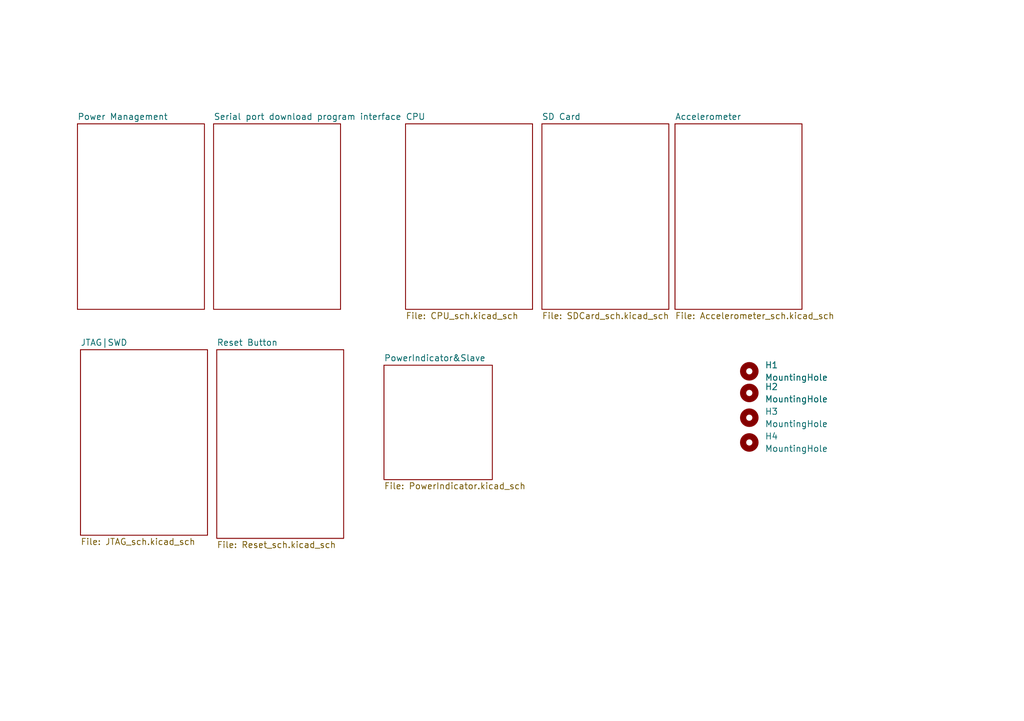
<source format=kicad_sch>
(kicad_sch (version 20211123) (generator eeschema)

  (uuid 6a884595-0c67-4441-b1fc-8c3bd19f52b4)

  (paper "A5")

  (title_block
    (title "STM32 Board Development Program")
    (company "Infinity Project")
  )

  (lib_symbols
    (symbol "Mechanical:MountingHole" (pin_names (offset 1.016)) (in_bom yes) (on_board yes)
      (property "Reference" "H" (id 0) (at 0 5.08 0)
        (effects (font (size 1.27 1.27)))
      )
      (property "Value" "MountingHole" (id 1) (at 0 3.175 0)
        (effects (font (size 1.27 1.27)))
      )
      (property "Footprint" "" (id 2) (at 0 0 0)
        (effects (font (size 1.27 1.27)) hide)
      )
      (property "Datasheet" "~" (id 3) (at 0 0 0)
        (effects (font (size 1.27 1.27)) hide)
      )
      (property "ki_keywords" "mounting hole" (id 4) (at 0 0 0)
        (effects (font (size 1.27 1.27)) hide)
      )
      (property "ki_description" "Mounting Hole without connection" (id 5) (at 0 0 0)
        (effects (font (size 1.27 1.27)) hide)
      )
      (property "ki_fp_filters" "MountingHole*" (id 6) (at 0 0 0)
        (effects (font (size 1.27 1.27)) hide)
      )
      (symbol "MountingHole_0_1"
        (circle (center 0 0) (radius 1.27)
          (stroke (width 1.27) (type default) (color 0 0 0 0))
          (fill (type none))
        )
      )
    )
  )


  (symbol (lib_id "Mechanical:MountingHole") (at 153.67 76.2 0) (unit 1)
    (in_bom yes) (on_board yes) (fields_autoplaced)
    (uuid 398f0a7a-72b6-4a47-a0a2-018b3e64c860)
    (property "Reference" "H1" (id 0) (at 156.845 74.9299 0)
      (effects (font (size 1.27 1.27)) (justify left))
    )
    (property "Value" "MountingHole" (id 1) (at 156.845 77.4699 0)
      (effects (font (size 1.27 1.27)) (justify left))
    )
    (property "Footprint" "MountingHole:MountingHole_2.2mm_M2" (id 2) (at 153.67 76.2 0)
      (effects (font (size 1.27 1.27)) hide)
    )
    (property "Datasheet" "~" (id 3) (at 153.67 76.2 0)
      (effects (font (size 1.27 1.27)) hide)
    )
  )

  (symbol (lib_id "Mechanical:MountingHole") (at 153.67 85.725 0) (unit 1)
    (in_bom yes) (on_board yes) (fields_autoplaced)
    (uuid b678df5b-61c4-4059-b246-ef480729e5fe)
    (property "Reference" "H3" (id 0) (at 156.845 84.4549 0)
      (effects (font (size 1.27 1.27)) (justify left))
    )
    (property "Value" "MountingHole" (id 1) (at 156.845 86.9949 0)
      (effects (font (size 1.27 1.27)) (justify left))
    )
    (property "Footprint" "MountingHole:MountingHole_2.2mm_M2" (id 2) (at 153.67 85.725 0)
      (effects (font (size 1.27 1.27)) hide)
    )
    (property "Datasheet" "~" (id 3) (at 153.67 85.725 0)
      (effects (font (size 1.27 1.27)) hide)
    )
  )

  (symbol (lib_id "Mechanical:MountingHole") (at 153.67 80.645 0) (unit 1)
    (in_bom yes) (on_board yes) (fields_autoplaced)
    (uuid bdcf4f54-22e5-4c9f-b93e-99f168c157d1)
    (property "Reference" "H2" (id 0) (at 156.845 79.3749 0)
      (effects (font (size 1.27 1.27)) (justify left))
    )
    (property "Value" "MountingHole" (id 1) (at 156.845 81.9149 0)
      (effects (font (size 1.27 1.27)) (justify left))
    )
    (property "Footprint" "MountingHole:MountingHole_2.2mm_M2" (id 2) (at 153.67 80.645 0)
      (effects (font (size 1.27 1.27)) hide)
    )
    (property "Datasheet" "~" (id 3) (at 153.67 80.645 0)
      (effects (font (size 1.27 1.27)) hide)
    )
  )

  (symbol (lib_id "Mechanical:MountingHole") (at 153.67 90.805 0) (unit 1)
    (in_bom yes) (on_board yes) (fields_autoplaced)
    (uuid c19e3436-3c6b-4a99-95ba-3c986d6f249f)
    (property "Reference" "H4" (id 0) (at 156.845 89.5349 0)
      (effects (font (size 1.27 1.27)) (justify left))
    )
    (property "Value" "MountingHole" (id 1) (at 156.845 92.0749 0)
      (effects (font (size 1.27 1.27)) (justify left))
    )
    (property "Footprint" "MountingHole:MountingHole_2.2mm_M2" (id 2) (at 153.67 90.805 0)
      (effects (font (size 1.27 1.27)) hide)
    )
    (property "Datasheet" "~" (id 3) (at 153.67 90.805 0)
      (effects (font (size 1.27 1.27)) hide)
    )
  )

  (sheet (at 15.875 25.4) (size 26.035 38.1) (fields_autoplaced)
    (stroke (width 0.1524) (type solid) (color 0 0 0 0))
    (fill (color 0 0 0 0.0000))
    (uuid 2900156e-f6e1-4bc5-9bef-45bbbb16814f)
    (property "Sheet name" "Power Management" (id 0) (at 15.875 24.6884 0)
      (effects (font (size 1.27 1.27)) (justify left bottom))
    )
    (property "Sheet file" "PowerManagement_sch.kicad_sch" (id 1) (at 15.875 64.0846 0)
      (effects (font (size 1.27 1.27)) (justify left top) hide)
    )
  )

  (sheet (at 111.125 25.4) (size 26.035 38.1) (fields_autoplaced)
    (stroke (width 0.1524) (type solid) (color 0 0 0 0))
    (fill (color 0 0 0 0.0000))
    (uuid 453abeca-16fe-4470-8ef7-cacb2d0118a1)
    (property "Sheet name" "SD Card" (id 0) (at 111.125 24.6884 0)
      (effects (font (size 1.27 1.27)) (justify left bottom))
    )
    (property "Sheet file" "SDCard_sch.kicad_sch" (id 1) (at 111.125 64.0846 0)
      (effects (font (size 1.27 1.27)) (justify left top))
    )
  )

  (sheet (at 138.43 25.4) (size 26.035 38.1) (fields_autoplaced)
    (stroke (width 0.1524) (type solid) (color 0 0 0 0))
    (fill (color 0 0 0 0.0000))
    (uuid 6b8ad7bf-6c1f-4b50-80f4-e84b52637cbd)
    (property "Sheet name" "Accelerometer" (id 0) (at 138.43 24.6884 0)
      (effects (font (size 1.27 1.27)) (justify left bottom))
    )
    (property "Sheet file" "Accelerometer_sch.kicad_sch" (id 1) (at 138.43 64.0846 0)
      (effects (font (size 1.27 1.27)) (justify left top))
    )
  )

  (sheet (at 43.815 25.4) (size 26.035 38.1) (fields_autoplaced)
    (stroke (width 0.1524) (type solid) (color 0 0 0 0))
    (fill (color 0 0 0 0.0000))
    (uuid 6e09b499-99ec-43a1-82d1-b2299f47145f)
    (property "Sheet name" "Serial port download program interface" (id 0) (at 43.815 24.6884 0)
      (effects (font (size 1.27 1.27)) (justify left bottom))
    )
    (property "Sheet file" "SerialPort_sch.kicad_sch" (id 1) (at 43.815 64.0846 0)
      (effects (font (size 1.27 1.27)) (justify left top) hide)
    )
  )

  (sheet (at 44.45 71.755) (size 26.035 38.735) (fields_autoplaced)
    (stroke (width 0.1524) (type solid) (color 0 0 0 0))
    (fill (color 0 0 0 0.0000))
    (uuid 8350d974-2a3d-4135-80dd-3d84b9b5e920)
    (property "Sheet name" "Reset Button" (id 0) (at 44.45 71.0434 0)
      (effects (font (size 1.27 1.27)) (justify left bottom))
    )
    (property "Sheet file" "Reset_sch.kicad_sch" (id 1) (at 44.45 111.0746 0)
      (effects (font (size 1.27 1.27)) (justify left top))
    )
  )

  (sheet (at 16.51 71.755) (size 26.035 38.1) (fields_autoplaced)
    (stroke (width 0.1524) (type solid) (color 0 0 0 0))
    (fill (color 0 0 0 0.0000))
    (uuid 8c43e084-fc51-4e04-bf0f-0af28749565c)
    (property "Sheet name" "JTAG|SWD" (id 0) (at 16.51 71.0434 0)
      (effects (font (size 1.27 1.27)) (justify left bottom))
    )
    (property "Sheet file" "JTAG_sch.kicad_sch" (id 1) (at 16.51 110.4396 0)
      (effects (font (size 1.27 1.27)) (justify left top))
    )
  )

  (sheet (at 83.185 25.4) (size 26.035 38.1) (fields_autoplaced)
    (stroke (width 0.1524) (type solid) (color 0 0 0 0))
    (fill (color 0 0 0 0.0000))
    (uuid af17599c-558a-4e03-a5b1-99e6ee0c5196)
    (property "Sheet name" "CPU" (id 0) (at 83.185 24.6884 0)
      (effects (font (size 1.27 1.27)) (justify left bottom))
    )
    (property "Sheet file" "CPU_sch.kicad_sch" (id 1) (at 83.185 64.0846 0)
      (effects (font (size 1.27 1.27)) (justify left top))
    )
  )

  (sheet (at 78.74 74.93) (size 22.225 23.495) (fields_autoplaced)
    (stroke (width 0.1524) (type solid) (color 0 0 0 0))
    (fill (color 0 0 0 0.0000))
    (uuid d4d02222-6131-46c7-8942-d116bf075a77)
    (property "Sheet name" "PowerIndicator&Slave" (id 0) (at 78.74 74.2184 0)
      (effects (font (size 1.27 1.27)) (justify left bottom))
    )
    (property "Sheet file" "PowerIndicator.kicad_sch" (id 1) (at 78.74 99.0096 0)
      (effects (font (size 1.27 1.27)) (justify left top))
    )
  )

  (sheet_instances
    (path "/" (page "1"))
    (path "/2900156e-f6e1-4bc5-9bef-45bbbb16814f" (page "2"))
    (path "/6e09b499-99ec-43a1-82d1-b2299f47145f" (page "3"))
    (path "/af17599c-558a-4e03-a5b1-99e6ee0c5196" (page "4"))
    (path "/8c43e084-fc51-4e04-bf0f-0af28749565c" (page "5"))
    (path "/453abeca-16fe-4470-8ef7-cacb2d0118a1" (page "6"))
    (path "/6b8ad7bf-6c1f-4b50-80f4-e84b52637cbd" (page "7"))
    (path "/8350d974-2a3d-4135-80dd-3d84b9b5e920" (page "8"))
    (path "/d4d02222-6131-46c7-8942-d116bf075a77" (page "9"))
  )

  (symbol_instances
    (path "/2900156e-f6e1-4bc5-9bef-45bbbb16814f/febfe7f9-d27b-40c4-978b-f0a8c153c4c7"
      (reference "#FLG01") (unit 1) (value "PWR_FLAG") (footprint "")
    )
    (path "/2900156e-f6e1-4bc5-9bef-45bbbb16814f/25ae6008-e045-47b5-a1f0-caee38b04b47"
      (reference "#FLG02") (unit 1) (value "PWR_FLAG") (footprint "")
    )
    (path "/2900156e-f6e1-4bc5-9bef-45bbbb16814f/7acedac3-4370-4699-a09e-b7420d37ac06"
      (reference "#PWR01") (unit 1) (value "+5V") (footprint "")
    )
    (path "/2900156e-f6e1-4bc5-9bef-45bbbb16814f/4db05c46-13a8-484a-aaf9-b2e5a394cc86"
      (reference "#PWR02") (unit 1) (value "GND") (footprint "")
    )
    (path "/2900156e-f6e1-4bc5-9bef-45bbbb16814f/73bbc08f-fd22-4b02-93b4-9518a052a406"
      (reference "#PWR03") (unit 1) (value "+3V3") (footprint "")
    )
    (path "/2900156e-f6e1-4bc5-9bef-45bbbb16814f/6e40f82e-ab2b-4fe6-a4c3-d2cdb8977d7b"
      (reference "#PWR04") (unit 1) (value "GND") (footprint "")
    )
    (path "/2900156e-f6e1-4bc5-9bef-45bbbb16814f/597ef60b-4d0c-4c35-b899-d4e670306fdb"
      (reference "#PWR05") (unit 1) (value "+5V") (footprint "")
    )
    (path "/6e09b499-99ec-43a1-82d1-b2299f47145f/8a206fdf-8374-43c5-8dd2-18a252ebb2ac"
      (reference "#PWR06") (unit 1) (value "+5V") (footprint "")
    )
    (path "/6e09b499-99ec-43a1-82d1-b2299f47145f/0e308fa1-58a4-4399-b604-3c5e4456a4ab"
      (reference "#PWR07") (unit 1) (value "GND") (footprint "")
    )
    (path "/af17599c-558a-4e03-a5b1-99e6ee0c5196/f069ee90-eceb-461a-8ea2-57cdc04a89e4"
      (reference "#PWR08") (unit 1) (value "GND") (footprint "")
    )
    (path "/af17599c-558a-4e03-a5b1-99e6ee0c5196/6b653662-ab96-4738-b027-a987de56a48f"
      (reference "#PWR09") (unit 1) (value "+3V3") (footprint "")
    )
    (path "/af17599c-558a-4e03-a5b1-99e6ee0c5196/a2e98c56-c75a-4b5e-9b61-e1b27b320193"
      (reference "#PWR010") (unit 1) (value "GND") (footprint "")
    )
    (path "/af17599c-558a-4e03-a5b1-99e6ee0c5196/3086f7d0-f1ab-4a41-a4a6-4e969392af95"
      (reference "#PWR011") (unit 1) (value "GND") (footprint "")
    )
    (path "/af17599c-558a-4e03-a5b1-99e6ee0c5196/54987783-a57c-4424-b737-76ce01203207"
      (reference "#PWR012") (unit 1) (value "+3V3") (footprint "")
    )
    (path "/af17599c-558a-4e03-a5b1-99e6ee0c5196/7845baff-060f-42dd-b8db-8383b977d98c"
      (reference "#PWR013") (unit 1) (value "GND") (footprint "")
    )
    (path "/af17599c-558a-4e03-a5b1-99e6ee0c5196/3e137560-a7cc-4df5-b80f-2353bd6bf760"
      (reference "#PWR014") (unit 1) (value "GND") (footprint "")
    )
    (path "/af17599c-558a-4e03-a5b1-99e6ee0c5196/50808c02-cc48-4be2-9bf1-4537e19ea0ab"
      (reference "#PWR015") (unit 1) (value "GND") (footprint "")
    )
    (path "/af17599c-558a-4e03-a5b1-99e6ee0c5196/55fb938e-ed26-4c6b-8106-6f8d990b4108"
      (reference "#PWR016") (unit 1) (value "GND") (footprint "")
    )
    (path "/af17599c-558a-4e03-a5b1-99e6ee0c5196/d255536c-5541-477e-84f0-199ab1a1e12f"
      (reference "#PWR017") (unit 1) (value "GND") (footprint "")
    )
    (path "/af17599c-558a-4e03-a5b1-99e6ee0c5196/1fe2aa46-9256-4e03-b11f-d98d15423186"
      (reference "#PWR018") (unit 1) (value "+3V3") (footprint "")
    )
    (path "/af17599c-558a-4e03-a5b1-99e6ee0c5196/b7a05618-817e-4010-9fe4-3ac1272dffa6"
      (reference "#PWR019") (unit 1) (value "GND") (footprint "")
    )
    (path "/af17599c-558a-4e03-a5b1-99e6ee0c5196/dab7de49-26f4-4da2-8125-ba04cf160f7c"
      (reference "#PWR020") (unit 1) (value "GND") (footprint "")
    )
    (path "/af17599c-558a-4e03-a5b1-99e6ee0c5196/9b7255ea-9dda-49ce-87c4-a28cd3e5c637"
      (reference "#PWR021") (unit 1) (value "+3V3") (footprint "")
    )
    (path "/af17599c-558a-4e03-a5b1-99e6ee0c5196/da2edc11-f318-4836-9b78-0cc13878198e"
      (reference "#PWR022") (unit 1) (value "+3V3") (footprint "")
    )
    (path "/af17599c-558a-4e03-a5b1-99e6ee0c5196/b4011a03-4cac-445a-aeea-3140e89e2cd8"
      (reference "#PWR023") (unit 1) (value "GND") (footprint "")
    )
    (path "/af17599c-558a-4e03-a5b1-99e6ee0c5196/3999287b-bd23-4f2a-ae3a-9f4c4deeed65"
      (reference "#PWR024") (unit 1) (value "+3V3") (footprint "")
    )
    (path "/af17599c-558a-4e03-a5b1-99e6ee0c5196/95e2525f-61df-4bb6-b0fa-40379904a08a"
      (reference "#PWR025") (unit 1) (value "GND") (footprint "")
    )
    (path "/af17599c-558a-4e03-a5b1-99e6ee0c5196/d42fb46e-4947-48f6-8314-ca31a6a276ea"
      (reference "#PWR026") (unit 1) (value "+3V3") (footprint "")
    )
    (path "/af17599c-558a-4e03-a5b1-99e6ee0c5196/800d0281-8686-4467-be7d-4f95cb345c48"
      (reference "#PWR027") (unit 1) (value "GND") (footprint "")
    )
    (path "/af17599c-558a-4e03-a5b1-99e6ee0c5196/a8f9381f-4119-4e42-b854-2398725e11b1"
      (reference "#PWR028") (unit 1) (value "GND") (footprint "")
    )
    (path "/af17599c-558a-4e03-a5b1-99e6ee0c5196/d4a3bf90-a3ce-47d9-9430-7e3cb5c5936d"
      (reference "#PWR029") (unit 1) (value "+3V3") (footprint "")
    )
    (path "/af17599c-558a-4e03-a5b1-99e6ee0c5196/351a036a-d4ab-44b8-be29-1979773b1b86"
      (reference "#PWR030") (unit 1) (value "GND") (footprint "")
    )
    (path "/af17599c-558a-4e03-a5b1-99e6ee0c5196/aa729264-145c-421b-babf-f2b0f8b1d8c3"
      (reference "#PWR031") (unit 1) (value "GND") (footprint "")
    )
    (path "/af17599c-558a-4e03-a5b1-99e6ee0c5196/c3ff144f-0886-4909-b463-ea7e21eead00"
      (reference "#PWR032") (unit 1) (value "+5V") (footprint "")
    )
    (path "/af17599c-558a-4e03-a5b1-99e6ee0c5196/1d2671e3-0be8-49ab-b116-0af4cd412beb"
      (reference "#PWR033") (unit 1) (value "+3V3") (footprint "")
    )
    (path "/af17599c-558a-4e03-a5b1-99e6ee0c5196/2a112641-94d3-4e59-8ca7-2604eb58898a"
      (reference "#PWR034") (unit 1) (value "GND") (footprint "")
    )
    (path "/af17599c-558a-4e03-a5b1-99e6ee0c5196/6853a3c2-dbe1-4eb2-a59d-d2125e9fadd5"
      (reference "#PWR035") (unit 1) (value "+3V3") (footprint "")
    )
    (path "/af17599c-558a-4e03-a5b1-99e6ee0c5196/fdf9cb5f-8fca-4dda-a005-fed8762aecc6"
      (reference "#PWR036") (unit 1) (value "GND") (footprint "")
    )
    (path "/af17599c-558a-4e03-a5b1-99e6ee0c5196/b641577b-b211-481c-8944-32daa27bc13b"
      (reference "#PWR037") (unit 1) (value "+5V") (footprint "")
    )
    (path "/af17599c-558a-4e03-a5b1-99e6ee0c5196/22446afb-2cff-444b-83c0-144b70d28cd6"
      (reference "#PWR038") (unit 1) (value "+3V3") (footprint "")
    )
    (path "/af17599c-558a-4e03-a5b1-99e6ee0c5196/35893598-571c-4197-9dae-2cfe57866eea"
      (reference "#PWR039") (unit 1) (value "GND") (footprint "")
    )
    (path "/af17599c-558a-4e03-a5b1-99e6ee0c5196/ba51701f-bd9f-49f8-8045-25d89ac93653"
      (reference "#PWR040") (unit 1) (value "+3V3") (footprint "")
    )
    (path "/af17599c-558a-4e03-a5b1-99e6ee0c5196/ca96676b-00af-44cc-ad7d-53edf045ac78"
      (reference "#PWR041") (unit 1) (value "GND") (footprint "")
    )
    (path "/af17599c-558a-4e03-a5b1-99e6ee0c5196/b8cab616-8a3c-459c-bd18-ba91e4c22ade"
      (reference "#PWR042") (unit 1) (value "+3V3") (footprint "")
    )
    (path "/af17599c-558a-4e03-a5b1-99e6ee0c5196/db2c033d-aa3e-4892-bccd-5cb3b6a64615"
      (reference "#PWR043") (unit 1) (value "GND") (footprint "")
    )
    (path "/8c43e084-fc51-4e04-bf0f-0af28749565c/21319aab-b022-42ae-853f-29dae513a411"
      (reference "#PWR044") (unit 1) (value "+3V3") (footprint "")
    )
    (path "/8c43e084-fc51-4e04-bf0f-0af28749565c/7cc16f37-2b3b-46f2-9f62-8ef8cb7ae19f"
      (reference "#PWR045") (unit 1) (value "GND") (footprint "")
    )
    (path "/8c43e084-fc51-4e04-bf0f-0af28749565c/334c36b1-0955-4828-944f-d2a4024db6a6"
      (reference "#PWR046") (unit 1) (value "GND") (footprint "")
    )
    (path "/8c43e084-fc51-4e04-bf0f-0af28749565c/e518bffd-c16a-444e-9db0-ba54c1bd54fd"
      (reference "#PWR047") (unit 1) (value "GND") (footprint "")
    )
    (path "/8c43e084-fc51-4e04-bf0f-0af28749565c/14d9df32-16e7-4d89-9e66-86ac77058b82"
      (reference "#PWR048") (unit 1) (value "GND") (footprint "")
    )
    (path "/8c43e084-fc51-4e04-bf0f-0af28749565c/c83381f9-77a5-42c4-b8a0-f922724c52af"
      (reference "#PWR049") (unit 1) (value "+3V3") (footprint "")
    )
    (path "/453abeca-16fe-4470-8ef7-cacb2d0118a1/cf8415c3-f1e5-4a27-8d54-915f4bd84adb"
      (reference "#PWR050") (unit 1) (value "GND") (footprint "")
    )
    (path "/453abeca-16fe-4470-8ef7-cacb2d0118a1/3157d4a7-3a68-40ce-b807-6ff844dcb839"
      (reference "#PWR051") (unit 1) (value "+3V3") (footprint "")
    )
    (path "/6b8ad7bf-6c1f-4b50-80f4-e84b52637cbd/5eadf4ab-72d0-45f1-b24d-b17247df3ad4"
      (reference "#PWR052") (unit 1) (value "+5V") (footprint "")
    )
    (path "/6b8ad7bf-6c1f-4b50-80f4-e84b52637cbd/3631f810-2753-4c3b-a3bc-28ce292abd4c"
      (reference "#PWR053") (unit 1) (value "GND") (footprint "")
    )
    (path "/6b8ad7bf-6c1f-4b50-80f4-e84b52637cbd/878b9a40-b589-428c-b35b-9fd693998edd"
      (reference "#PWR054") (unit 1) (value "GND") (footprint "")
    )
    (path "/6b8ad7bf-6c1f-4b50-80f4-e84b52637cbd/97e72e8f-6319-49db-927f-1a7d15a68f62"
      (reference "#PWR055") (unit 1) (value "GND") (footprint "")
    )
    (path "/6b8ad7bf-6c1f-4b50-80f4-e84b52637cbd/c762cc88-5ff5-4bf1-b8ae-9b6654fb6e29"
      (reference "#PWR056") (unit 1) (value "GND") (footprint "")
    )
    (path "/6b8ad7bf-6c1f-4b50-80f4-e84b52637cbd/b92993ad-2a17-4c47-973c-81046c32b99b"
      (reference "#PWR057") (unit 1) (value "GND") (footprint "")
    )
    (path "/6b8ad7bf-6c1f-4b50-80f4-e84b52637cbd/c48e72ce-56f0-4ec6-bf7e-1fbbe933ed58"
      (reference "#PWR058") (unit 1) (value "GND") (footprint "")
    )
    (path "/6b8ad7bf-6c1f-4b50-80f4-e84b52637cbd/660413c5-8743-4754-b63e-363c9928aeb7"
      (reference "#PWR059") (unit 1) (value "GND") (footprint "")
    )
    (path "/6b8ad7bf-6c1f-4b50-80f4-e84b52637cbd/a925596a-25ff-46da-94be-52a71bac1bed"
      (reference "#PWR060") (unit 1) (value "GND") (footprint "")
    )
    (path "/6b8ad7bf-6c1f-4b50-80f4-e84b52637cbd/d1212da3-d05b-4afc-aaba-b0dd9dcc9309"
      (reference "#PWR061") (unit 1) (value "GND") (footprint "")
    )
    (path "/8350d974-2a3d-4135-80dd-3d84b9b5e920/63f707b5-f4f2-430f-873c-c5dd0f6e05af"
      (reference "#PWR062") (unit 1) (value "GND") (footprint "")
    )
    (path "/8350d974-2a3d-4135-80dd-3d84b9b5e920/ebbe9e13-dc00-432e-9c2d-b606c3180805"
      (reference "#PWR063") (unit 1) (value "+3V3") (footprint "")
    )
    (path "/8350d974-2a3d-4135-80dd-3d84b9b5e920/784ecf3f-bcf9-44de-906a-51fbd29a087b"
      (reference "#PWR064") (unit 1) (value "GND") (footprint "")
    )
    (path "/d4d02222-6131-46c7-8942-d116bf075a77/9ac8a43f-8e68-4b33-af57-07ffa772a2cd"
      (reference "#PWR065") (unit 1) (value "GND") (footprint "")
    )
    (path "/d4d02222-6131-46c7-8942-d116bf075a77/18365f9f-4697-4206-8c1d-82d6dcdeaf22"
      (reference "#PWR066") (unit 1) (value "+3V3") (footprint "")
    )
    (path "/d4d02222-6131-46c7-8942-d116bf075a77/292f9b24-ebd7-4cd7-9517-7108690bc728"
      (reference "#PWR067") (unit 1) (value "GND") (footprint "")
    )
    (path "/d4d02222-6131-46c7-8942-d116bf075a77/a1eb317c-15c8-4754-97a6-ba099fc19830"
      (reference "#PWR068") (unit 1) (value "GND") (footprint "")
    )
    (path "/d4d02222-6131-46c7-8942-d116bf075a77/0165ffa7-cc42-4e5d-8be9-52cd516879e1"
      (reference "#PWR069") (unit 1) (value "+3V3") (footprint "")
    )
    (path "/d4d02222-6131-46c7-8942-d116bf075a77/3f29b3ff-a955-4fa3-b05f-0c79fdf2f16c"
      (reference "#PWR070") (unit 1) (value "GND") (footprint "")
    )
    (path "/d4d02222-6131-46c7-8942-d116bf075a77/c3fbf66c-a7e7-4db5-9598-f7034065c564"
      (reference "#PWR071") (unit 1) (value "+3V3") (footprint "")
    )
    (path "/d4d02222-6131-46c7-8942-d116bf075a77/ec86c8e7-4fe2-4c3c-a9ad-729397ec4c4e"
      (reference "#PWR072") (unit 1) (value "+3V3") (footprint "")
    )
    (path "/d4d02222-6131-46c7-8942-d116bf075a77/bd774448-2d29-46c0-9eab-1bbcee7da995"
      (reference "#PWR073") (unit 1) (value "GND") (footprint "")
    )
    (path "/d4d02222-6131-46c7-8942-d116bf075a77/05a55fe2-0800-4091-a6f2-4ab41bdb6ad2"
      (reference "#PWR074") (unit 1) (value "+3V3") (footprint "")
    )
    (path "/d4d02222-6131-46c7-8942-d116bf075a77/79b8058a-5f87-4ca8-9578-42625c69e59c"
      (reference "#PWR075") (unit 1) (value "+3V3") (footprint "")
    )
    (path "/d4d02222-6131-46c7-8942-d116bf075a77/28563bed-54ac-42af-b58b-de14258d27eb"
      (reference "#PWR076") (unit 1) (value "+5V") (footprint "")
    )
    (path "/d4d02222-6131-46c7-8942-d116bf075a77/85e55790-12cf-4f0e-8ddf-62928fdadb21"
      (reference "#PWR077") (unit 1) (value "+3V3") (footprint "")
    )
    (path "/d4d02222-6131-46c7-8942-d116bf075a77/2921b36a-ecfa-4d6f-87be-c3e961442a2e"
      (reference "#PWR078") (unit 1) (value "GND") (footprint "")
    )
    (path "/d4d02222-6131-46c7-8942-d116bf075a77/767bba6f-6390-4a18-b133-134f6905efdf"
      (reference "#PWR079") (unit 1) (value "GND") (footprint "")
    )
    (path "/d4d02222-6131-46c7-8942-d116bf075a77/472d6dfa-d2fe-4322-86d8-725ad3e9aed8"
      (reference "#PWR080") (unit 1) (value "GND") (footprint "")
    )
    (path "/d4d02222-6131-46c7-8942-d116bf075a77/50716efc-b29b-4144-ae46-414e9ca57a80"
      (reference "#PWR081") (unit 1) (value "+3V3") (footprint "")
    )
    (path "/2900156e-f6e1-4bc5-9bef-45bbbb16814f/b67e05dd-f4df-46b5-84ce-d63e0933d927"
      (reference "C1") (unit 1) (value "106") (footprint "Capacitor_SMD:C_0805_2012Metric_Pad1.18x1.45mm_HandSolder")
    )
    (path "/2900156e-f6e1-4bc5-9bef-45bbbb16814f/161ab245-8111-402b-9126-dd0fc856245b"
      (reference "C2") (unit 1) (value "104") (footprint "Capacitor_SMD:C_0603_1608Metric_Pad1.08x0.95mm_HandSolder")
    )
    (path "/2900156e-f6e1-4bc5-9bef-45bbbb16814f/72b2147a-feaf-415c-8535-30b9304976b6"
      (reference "C3") (unit 1) (value "106") (footprint "Capacitor_SMD:C_0805_2012Metric_Pad1.18x1.45mm_HandSolder")
    )
    (path "/2900156e-f6e1-4bc5-9bef-45bbbb16814f/e6ddfe36-26b3-4245-aee4-568f37dd0c17"
      (reference "C4") (unit 1) (value "104") (footprint "Capacitor_SMD:C_0603_1608Metric_Pad1.08x0.95mm_HandSolder")
    )
    (path "/af17599c-558a-4e03-a5b1-99e6ee0c5196/a031a0a3-1e00-42ff-8534-6e9d87f83943"
      (reference "C5") (unit 1) (value "106") (footprint "Capacitor_SMD:C_0805_2012Metric_Pad1.18x1.45mm_HandSolder")
    )
    (path "/af17599c-558a-4e03-a5b1-99e6ee0c5196/45500057-1044-4c30-b259-78030fb11d5c"
      (reference "C6") (unit 1) (value "106") (footprint "Capacitor_SMD:C_0805_2012Metric_Pad1.18x1.45mm_HandSolder")
    )
    (path "/af17599c-558a-4e03-a5b1-99e6ee0c5196/849f470e-5763-4f88-9053-13a4479c9449"
      (reference "C7") (unit 1) (value "104") (footprint "Capacitor_SMD:C_0603_1608Metric_Pad1.08x0.95mm_HandSolder")
    )
    (path "/af17599c-558a-4e03-a5b1-99e6ee0c5196/0ced8559-04e0-4ad0-9ae8-3df6c69d1f92"
      (reference "C8") (unit 1) (value "104") (footprint "Capacitor_SMD:C_0603_1608Metric_Pad1.08x0.95mm_HandSolder")
    )
    (path "/af17599c-558a-4e03-a5b1-99e6ee0c5196/ac188609-e1ba-4cc7-bf21-c9cbf483e115"
      (reference "C9") (unit 1) (value "104") (footprint "Capacitor_SMD:C_0603_1608Metric_Pad1.08x0.95mm_HandSolder")
    )
    (path "/af17599c-558a-4e03-a5b1-99e6ee0c5196/d6237172-3332-4741-8481-bff404d78915"
      (reference "C10") (unit 1) (value "104") (footprint "Capacitor_SMD:C_0603_1608Metric_Pad1.08x0.95mm_HandSolder")
    )
    (path "/af17599c-558a-4e03-a5b1-99e6ee0c5196/2031036a-05a9-43d1-8d5e-0918ace85b92"
      (reference "C11") (unit 1) (value "104") (footprint "Capacitor_SMD:C_0603_1608Metric_Pad1.08x0.95mm_HandSolder")
    )
    (path "/af17599c-558a-4e03-a5b1-99e6ee0c5196/7ea69a56-17b2-4911-859d-7ecf3e50a8fb"
      (reference "C12") (unit 1) (value "104") (footprint "Capacitor_SMD:C_0603_1608Metric_Pad1.08x0.95mm_HandSolder")
    )
    (path "/af17599c-558a-4e03-a5b1-99e6ee0c5196/09547821-05ba-4120-b920-d4595034e105"
      (reference "C13") (unit 1) (value "106") (footprint "Capacitor_SMD:C_0805_2012Metric_Pad1.18x1.45mm_HandSolder")
    )
    (path "/af17599c-558a-4e03-a5b1-99e6ee0c5196/a7bd18e3-9727-464f-82fb-6834cf920ff8"
      (reference "C14") (unit 1) (value "104") (footprint "Capacitor_SMD:C_0603_1608Metric_Pad1.08x0.95mm_HandSolder")
    )
    (path "/af17599c-558a-4e03-a5b1-99e6ee0c5196/6b3f3425-fee0-4b9c-8771-b3bc6ab249e9"
      (reference "C15") (unit 1) (value "22P") (footprint "Capacitor_SMD:C_0805_2012Metric_Pad1.18x1.45mm_HandSolder")
    )
    (path "/af17599c-558a-4e03-a5b1-99e6ee0c5196/2a6057e2-9c0a-4e0d-be0e-e0b9da14af23"
      (reference "C16") (unit 1) (value "22P") (footprint "Capacitor_SMD:C_0805_2012Metric_Pad1.18x1.45mm_HandSolder")
    )
    (path "/af17599c-558a-4e03-a5b1-99e6ee0c5196/6a9fff7c-245e-4e5b-a2f3-328aa5690fde"
      (reference "C17") (unit 1) (value "106") (footprint "Capacitor_SMD:C_0805_2012Metric_Pad1.18x1.45mm_HandSolder")
    )
    (path "/af17599c-558a-4e03-a5b1-99e6ee0c5196/ac675b10-d583-4ad1-a899-ea9f12010346"
      (reference "C18") (unit 1) (value "12P") (footprint "Capacitor_SMD:C_0805_2012Metric_Pad1.18x1.45mm_HandSolder")
    )
    (path "/af17599c-558a-4e03-a5b1-99e6ee0c5196/6cd96977-1dfd-463f-ae47-ee93d0936f66"
      (reference "C19") (unit 1) (value "12P") (footprint "Capacitor_SMD:C_0805_2012Metric_Pad1.18x1.45mm_HandSolder")
    )
    (path "/8c43e084-fc51-4e04-bf0f-0af28749565c/bcef3b8c-6408-4c8d-ab7d-fe593dcbb8c2"
      (reference "C20") (unit 1) (value "104") (footprint "Capacitor_SMD:C_0201_0603Metric_Pad0.64x0.40mm_HandSolder")
    )
    (path "/453abeca-16fe-4470-8ef7-cacb2d0118a1/7c031871-b832-425d-ba63-93acbaee81c1"
      (reference "C21") (unit 1) (value "104") (footprint "Capacitor_SMD:C_0603_1608Metric_Pad1.08x0.95mm_HandSolder")
    )
    (path "/6b8ad7bf-6c1f-4b50-80f4-e84b52637cbd/82693d17-d6f2-4ed5-9656-117d3768240a"
      (reference "C22") (unit 1) (value "4.7uF") (footprint "Capacitor_SMD:C_0603_1608Metric_Pad1.08x0.95mm_HandSolder")
    )
    (path "/6b8ad7bf-6c1f-4b50-80f4-e84b52637cbd/3da07e9a-b1a6-43c7-a247-13c88603e3bb"
      (reference "C23") (unit 1) (value "10uF") (footprint "Capacitor_SMD:C_0603_1608Metric_Pad1.08x0.95mm_HandSolder")
    )
    (path "/6b8ad7bf-6c1f-4b50-80f4-e84b52637cbd/5ffc20e2-1754-42e9-a909-7bd198719355"
      (reference "C24") (unit 1) (value "0.1uF") (footprint "Capacitor_SMD:C_0603_1608Metric_Pad1.08x0.95mm_HandSolder")
    )
    (path "/6b8ad7bf-6c1f-4b50-80f4-e84b52637cbd/ac6c3357-03cb-49cf-b392-a7324b64c6b2"
      (reference "C25") (unit 1) (value "0.01uF") (footprint "Capacitor_SMD:C_0805_2012Metric_Pad1.18x1.45mm_HandSolder")
    )
    (path "/6b8ad7bf-6c1f-4b50-80f4-e84b52637cbd/de210eea-306d-4782-904a-7dc1a582d493"
      (reference "C26") (unit 1) (value "0.1uF") (footprint "Capacitor_SMD:C_0603_1608Metric_Pad1.08x0.95mm_HandSolder")
    )
    (path "/6b8ad7bf-6c1f-4b50-80f4-e84b52637cbd/65d455b2-056a-419e-995a-f5aaa86d1c0a"
      (reference "C27") (unit 1) (value "0.1uF") (footprint "Capacitor_SMD:C_0603_1608Metric_Pad1.08x0.95mm_HandSolder")
    )
    (path "/6b8ad7bf-6c1f-4b50-80f4-e84b52637cbd/8fd57850-1dd9-458a-b146-375efd03056c"
      (reference "C28") (unit 1) (value "2200pF") (footprint "Capacitor_SMD:C_0805_2012Metric_Pad1.18x1.45mm_HandSolder")
    )
    (path "/8350d974-2a3d-4135-80dd-3d84b9b5e920/150fbacb-df51-4f83-ba80-bc6e43c29e88"
      (reference "C29") (unit 1) (value "104") (footprint "Capacitor_SMD:C_0603_1608Metric_Pad1.08x0.95mm_HandSolder")
    )
    (path "/af17599c-558a-4e03-a5b1-99e6ee0c5196/0b4847f0-29c7-47d2-8d08-43c01fbca9cb"
      (reference "D1") (unit 1) (value "BAT54CLT3G") (footprint "SOT96P237X111-3N")
    )
    (path "/6b8ad7bf-6c1f-4b50-80f4-e84b52637cbd/9dd399b1-1cf0-4c7a-8ec7-05be99c4d6d1"
      (reference "D2") (unit 1) (value "LED") (footprint "LED_SMD:LED_0805_2012Metric_Pad1.15x1.40mm_HandSolder")
    )
    (path "/d4d02222-6131-46c7-8942-d116bf075a77/77555f35-2df1-4e88-a72e-0e6bedd7c91b"
      (reference "D3") (unit 1) (value "LED") (footprint "LED_SMD:LED_0805_2012Metric_Pad1.15x1.40mm_HandSolder")
    )
    (path "/d4d02222-6131-46c7-8942-d116bf075a77/7e9ccb63-52f5-4a68-bb19-e1e2ae9f2f5e"
      (reference "D4") (unit 1) (value "LED") (footprint "LED_SMD:LED_0805_2012Metric_Pad1.15x1.40mm_HandSolder")
    )
    (path "/d4d02222-6131-46c7-8942-d116bf075a77/f39f93a2-94b6-4487-a78d-40d9dd7c1b84"
      (reference "D5") (unit 1) (value "LED") (footprint "LED_SMD:LED_0805_2012Metric_Pad1.15x1.40mm_HandSolder")
    )
    (path "/398f0a7a-72b6-4a47-a0a2-018b3e64c860"
      (reference "H1") (unit 1) (value "MountingHole") (footprint "MountingHole:MountingHole_2.2mm_M2")
    )
    (path "/bdcf4f54-22e5-4c9f-b93e-99f168c157d1"
      (reference "H2") (unit 1) (value "MountingHole") (footprint "MountingHole:MountingHole_2.2mm_M2")
    )
    (path "/b678df5b-61c4-4059-b246-ef480729e5fe"
      (reference "H3") (unit 1) (value "MountingHole") (footprint "MountingHole:MountingHole_2.2mm_M2")
    )
    (path "/c19e3436-3c6b-4a99-95ba-3c986d6f249f"
      (reference "H4") (unit 1) (value "MountingHole") (footprint "MountingHole:MountingHole_2.2mm_M2")
    )
    (path "/af17599c-558a-4e03-a5b1-99e6ee0c5196/bc9796ec-492d-43b6-8207-562899e96f70"
      (reference "IC1") (unit 1) (value "STM32F407VET6") (footprint "QFP50P1600X1600X160-100N")
    )
    (path "/6b8ad7bf-6c1f-4b50-80f4-e84b52637cbd/d4681cb0-a465-4700-bb38-e737a7545095"
      (reference "IC2") (unit 1) (value "AP2112K-3.3TRG1") (footprint "SOT95P282X130-5N")
    )
    (path "/6b8ad7bf-6c1f-4b50-80f4-e84b52637cbd/1e673786-27d1-4bce-994f-8cf9425652f4"
      (reference "IC3") (unit 1) (value "MPU6050") (footprint "MPU6050")
    )
    (path "/d4d02222-6131-46c7-8942-d116bf075a77/4bb7bd7a-e69e-42fb-b2ef-829824704704"
      (reference "IC4") (unit 1) (value "W25Q16JVZPIQ") (footprint "SON127P600X500X80-9N-D")
    )
    (path "/6e09b499-99ec-43a1-82d1-b2299f47145f/785bdca2-180c-490d-866a-2c33d1a66970"
      (reference "J1") (unit 1) (value "M20-9770446") (footprint "HDRV4W64P0X254_1X4_1016X254X834P")
    )
    (path "/af17599c-558a-4e03-a5b1-99e6ee0c5196/53cfe09c-1e29-43b6-ad14-a8f7c79d40bf"
      (reference "J2") (unit 1) (value "S8411-45R") (footprint "S8411-45R_1")
    )
    (path "/af17599c-558a-4e03-a5b1-99e6ee0c5196/48420838-180a-48ca-ab91-5f4a79573bed"
      (reference "J3") (unit 1) (value "1-826942-6") (footprint "HDRV32W63P254_2X16_4114X500X860P")
    )
    (path "/af17599c-558a-4e03-a5b1-99e6ee0c5196/3a89c627-0f5a-491d-9ecd-8f3ce53e532b"
      (reference "J4") (unit 1) (value "TSW-124-07-F-D") (footprint "TSW-124-XX-YY-D")
    )
    (path "/af17599c-558a-4e03-a5b1-99e6ee0c5196/af6ae953-37f2-4705-9711-ed6d2adc19cf"
      (reference "J5") (unit 1) (value "TSW-124-07-F-D") (footprint "TSW-124-XX-YY-D")
    )
    (path "/8c43e084-fc51-4e04-bf0f-0af28749565c/87b9aeec-6614-4007-ac5b-3053dfa9a02b"
      (reference "J6") (unit 1) (value "M20-9761042") (footprint "HDRV20W64P254_2X10_2540X508X838P")
    )
    (path "/453abeca-16fe-4470-8ef7-cacb2d0118a1/4ebac76a-4d07-4f35-bc1f-d5d3560fe13a"
      (reference "J7") (unit 1) (value "503398-1892") (footprint "503398-1892")
    )
    (path "/6b8ad7bf-6c1f-4b50-80f4-e84b52637cbd/ed705f40-c086-40d2-9af9-f6a36f70b265"
      (reference "J8") (unit 1) (value "M20-9770446") (footprint "HDRV4W64P0X254_1X4_1016X254X834P")
    )
    (path "/d4d02222-6131-46c7-8942-d116bf075a77/2321579c-c2d2-40c7-94ba-4e002981920e"
      (reference "J9") (unit 1) (value "G800LS588010THR") (footprint "HDRV16W64P254_2X8_2032X500X885P")
    )
    (path "/d4d02222-6131-46c7-8942-d116bf075a77/83e5a0fb-d4de-4bea-9725-79774650b000"
      (reference "J10") (unit 1) (value "105164-0001") (footprint "1051640001")
    )
    (path "/af17599c-558a-4e03-a5b1-99e6ee0c5196/37e4dde8-b4f1-4eba-839f-461cdfe0c9f0"
      (reference "Q1") (unit 1) (value "Y2 SOT23") (footprint "SOT96P240X110-3N")
    )
    (path "/af17599c-558a-4e03-a5b1-99e6ee0c5196/67a30550-5f12-4da6-8e7e-0ba6231e247c"
      (reference "R1") (unit 1) (value "104") (footprint "Resistor_SMD:R_0603_1608Metric_Pad0.98x0.95mm_HandSolder")
    )
    (path "/af17599c-558a-4e03-a5b1-99e6ee0c5196/5227ae86-dcdb-4f97-937b-c3e42a8cea47"
      (reference "R2") (unit 1) (value "10K") (footprint "Capacitor_SMD:C_0603_1608Metric_Pad1.08x0.95mm_HandSolder")
    )
    (path "/af17599c-558a-4e03-a5b1-99e6ee0c5196/5755f555-27aa-49f9-90e0-3e86450f588a"
      (reference "R3") (unit 1) (value "10K") (footprint "Resistor_SMD:R_0201_0603Metric_Pad0.64x0.40mm_HandSolder")
    )
    (path "/af17599c-558a-4e03-a5b1-99e6ee0c5196/3cb15ac0-3e21-4921-ab3f-276a26dde9e0"
      (reference "R4") (unit 1) (value "1.5K") (footprint "Resistor_SMD:R_0603_1608Metric_Pad0.98x0.95mm_HandSolder")
    )
    (path "/af17599c-558a-4e03-a5b1-99e6ee0c5196/16b0868a-6c94-4f79-b1fc-028079b5750a"
      (reference "R5") (unit 1) (value "0R") (footprint "Resistor_SMD:R_0603_1608Metric_Pad0.98x0.95mm_HandSolder")
    )
    (path "/af17599c-558a-4e03-a5b1-99e6ee0c5196/f4ebcfbc-68df-4e43-a329-01ac5c9c8a10"
      (reference "R6") (unit 1) (value "1M") (footprint "Resistor_SMD:R_0603_1608Metric_Pad0.98x0.95mm_HandSolder")
    )
    (path "/af17599c-558a-4e03-a5b1-99e6ee0c5196/542c7660-27a8-425e-96c2-29e298517299"
      (reference "R7") (unit 1) (value "104") (footprint "Resistor_SMD:R_0603_1608Metric_Pad0.98x0.95mm_HandSolder")
    )
    (path "/af17599c-558a-4e03-a5b1-99e6ee0c5196/a568dce2-83d4-4e9c-bdcf-14efdc6ef1f0"
      (reference "R8") (unit 1) (value "104") (footprint "Resistor_SMD:R_0603_1608Metric_Pad0.98x0.95mm_HandSolder")
    )
    (path "/af17599c-558a-4e03-a5b1-99e6ee0c5196/54613cf3-865e-43c1-acfe-4637bd0936c7"
      (reference "R9") (unit 1) (value "1.5K") (footprint "Resistor_SMD:R_0603_1608Metric_Pad0.98x0.95mm_HandSolder")
    )
    (path "/af17599c-558a-4e03-a5b1-99e6ee0c5196/c5b6c6e5-50e4-40b5-a608-1194f986b70f"
      (reference "R10") (unit 1) (value "NC") (footprint "Resistor_SMD:R_0603_1608Metric_Pad0.98x0.95mm_HandSolder")
    )
    (path "/af17599c-558a-4e03-a5b1-99e6ee0c5196/8ddc5a8b-e3e5-4589-9516-a9dca979a8dd"
      (reference "R11") (unit 1) (value "1.5K") (footprint "Resistor_SMD:R_0603_1608Metric_Pad0.98x0.95mm_HandSolder")
    )
    (path "/af17599c-558a-4e03-a5b1-99e6ee0c5196/fc361e2b-3b25-4037-9807-622d8126a970"
      (reference "R12") (unit 1) (value "510R") (footprint "Resistor_SMD:R_0603_1608Metric_Pad0.98x0.95mm_HandSolder")
    )
    (path "/af17599c-558a-4e03-a5b1-99e6ee0c5196/336d6589-365d-43e8-9124-ab6888c9943a"
      (reference "R13") (unit 1) (value "510R") (footprint "Resistor_SMD:R_0603_1608Metric_Pad0.98x0.95mm_HandSolder")
    )
    (path "/8c43e084-fc51-4e04-bf0f-0af28749565c/d2726a93-48cd-4f02-baef-bda3ebc98d92"
      (reference "R14") (unit 1) (value "10K") (footprint "Resistor_SMD:R_0201_0603Metric_Pad0.64x0.40mm_HandSolder")
    )
    (path "/8c43e084-fc51-4e04-bf0f-0af28749565c/3e8a6dee-c26f-4e7d-904a-0c18c6c47379"
      (reference "R15") (unit 1) (value "10K") (footprint "Resistor_SMD:R_0201_0603Metric_Pad0.64x0.40mm_HandSolder")
    )
    (path "/8c43e084-fc51-4e04-bf0f-0af28749565c/66f15550-06a4-47d7-87aa-45282bda0790"
      (reference "R16") (unit 1) (value "10K") (footprint "Resistor_SMD:R_0201_0603Metric_Pad0.64x0.40mm_HandSolder")
    )
    (path "/8c43e084-fc51-4e04-bf0f-0af28749565c/d5028455-1a9e-4d8a-99fb-d296d77e4033"
      (reference "R17") (unit 1) (value "10K") (footprint "Resistor_SMD:R_0201_0603Metric_Pad0.64x0.40mm_HandSolder")
    )
    (path "/8c43e084-fc51-4e04-bf0f-0af28749565c/ad11af62-1de0-466a-acc9-45bf733c1eca"
      (reference "R18") (unit 1) (value "10K") (footprint "Resistor_SMD:R_0201_0603Metric_Pad0.64x0.40mm_HandSolder")
    )
    (path "/453abeca-16fe-4470-8ef7-cacb2d0118a1/bacc38a8-1baa-4b5a-8666-749347694436"
      (reference "R19") (unit 1) (value "10K") (footprint "Resistor_SMD:R_0201_0603Metric_Pad0.64x0.40mm_HandSolder")
    )
    (path "/453abeca-16fe-4470-8ef7-cacb2d0118a1/859ffbee-34ba-41c3-a554-52a012476f6e"
      (reference "R20") (unit 1) (value "10K") (footprint "Resistor_SMD:R_0201_0603Metric_Pad0.64x0.40mm_HandSolder")
    )
    (path "/453abeca-16fe-4470-8ef7-cacb2d0118a1/9a624321-cdcf-473a-954e-59a888175444"
      (reference "R21") (unit 1) (value "10K") (footprint "Resistor_SMD:R_0201_0603Metric_Pad0.64x0.40mm_HandSolder")
    )
    (path "/453abeca-16fe-4470-8ef7-cacb2d0118a1/64c7e626-205a-492e-821a-92e0ddd50d94"
      (reference "R22") (unit 1) (value "10K") (footprint "Resistor_SMD:R_0201_0603Metric_Pad0.64x0.40mm_HandSolder")
    )
    (path "/453abeca-16fe-4470-8ef7-cacb2d0118a1/ac441c66-57d1-4f50-9b23-9f1c1c59657e"
      (reference "R23") (unit 1) (value "10K") (footprint "Resistor_SMD:R_0201_0603Metric_Pad0.64x0.40mm_HandSolder")
    )
    (path "/453abeca-16fe-4470-8ef7-cacb2d0118a1/a375178e-cc0d-4d95-8d3d-94fe1e670718"
      (reference "R24") (unit 1) (value "10K") (footprint "Resistor_SMD:R_0201_0603Metric_Pad0.64x0.40mm_HandSolder")
    )
    (path "/6b8ad7bf-6c1f-4b50-80f4-e84b52637cbd/7c555ad0-90d9-4db6-bfa3-909ceb09b082"
      (reference "R25") (unit 1) (value "1K") (footprint "Resistor_SMD:R_0201_0603Metric_Pad0.64x0.40mm_HandSolder")
    )
    (path "/6b8ad7bf-6c1f-4b50-80f4-e84b52637cbd/7908ed5f-46db-4290-80b7-992fa5061c65"
      (reference "R26") (unit 1) (value "4.7K") (footprint "Capacitor_SMD:C_0603_1608Metric_Pad1.08x0.95mm_HandSolder")
    )
    (path "/6b8ad7bf-6c1f-4b50-80f4-e84b52637cbd/751c495b-9bb6-4d99-aa8e-5e84a31d1a12"
      (reference "R27") (unit 1) (value "4.7K") (footprint "Capacitor_SMD:C_0603_1608Metric_Pad1.08x0.95mm_HandSolder")
    )
    (path "/6b8ad7bf-6c1f-4b50-80f4-e84b52637cbd/2b337670-6f2f-4580-8669-89d368823b9b"
      (reference "R28") (unit 1) (value "4.7K") (footprint "Capacitor_SMD:C_0603_1608Metric_Pad1.08x0.95mm_HandSolder")
    )
    (path "/8350d974-2a3d-4135-80dd-3d84b9b5e920/d5cd0c1b-c364-4dbc-a79d-1759fc298361"
      (reference "R29") (unit 1) (value "10K") (footprint "Resistor_SMD:R_0603_1608Metric_Pad0.98x0.95mm_HandSolder")
    )
    (path "/d4d02222-6131-46c7-8942-d116bf075a77/a9f5bf65-21fe-414c-9bb4-f66a83b65629"
      (reference "R30") (unit 1) (value "510") (footprint "LED_SMD:LED_0603_1608Metric_Pad1.05x0.95mm_HandSolder")
    )
    (path "/d4d02222-6131-46c7-8942-d116bf075a77/2fa49c84-a95c-4fc4-bd1e-1b1210491720"
      (reference "R31") (unit 1) (value "10K") (footprint "LED_SMD:LED_0603_1608Metric_Pad1.05x0.95mm_HandSolder")
    )
    (path "/d4d02222-6131-46c7-8942-d116bf075a77/968f37c4-de2b-4a74-a92e-69aadb874380"
      (reference "R32") (unit 1) (value "510") (footprint "LED_SMD:LED_0603_1608Metric_Pad1.05x0.95mm_HandSolder")
    )
    (path "/d4d02222-6131-46c7-8942-d116bf075a77/12f8a394-4d8d-46a7-9812-5fd44885c925"
      (reference "R33") (unit 1) (value "510") (footprint "LED_SMD:LED_0603_1608Metric_Pad1.05x0.95mm_HandSolder")
    )
    (path "/d4d02222-6131-46c7-8942-d116bf075a77/519386c8-b589-4b97-a6f5-5eab9c654570"
      (reference "R34") (unit 1) (value "22") (footprint "LED_SMD:LED_0603_1608Metric_Pad1.05x0.95mm_HandSolder")
    )
    (path "/d4d02222-6131-46c7-8942-d116bf075a77/573db5ca-a19c-4253-9438-cd0d4e8e5767"
      (reference "R35") (unit 1) (value "10K") (footprint "LED_SMD:LED_0603_1608Metric_Pad1.05x0.95mm_HandSolder")
    )
    (path "/d4d02222-6131-46c7-8942-d116bf075a77/f959d8e8-2e3e-4660-860b-b6bffc3650d3"
      (reference "R36") (unit 1) (value "1.5K") (footprint "LED_SMD:LED_0603_1608Metric_Pad1.05x0.95mm_HandSolder")
    )
    (path "/d4d02222-6131-46c7-8942-d116bf075a77/79e78027-62ef-42db-8d3a-8abcd27ed4fa"
      (reference "R37") (unit 1) (value "22") (footprint "LED_SMD:LED_0603_1608Metric_Pad1.05x0.95mm_HandSolder")
    )
    (path "/d4d02222-6131-46c7-8942-d116bf075a77/f2355b7b-d2df-4c94-bc5a-9363b22a8b20"
      (reference "R38") (unit 1) (value "500mA") (footprint "LED_SMD:LED_0805_2012Metric_Pad1.15x1.40mm_HandSolder")
    )
    (path "/d4d02222-6131-46c7-8942-d116bf075a77/23fc8b90-0573-4d43-a2fe-9b72d55cebb6"
      (reference "R39") (unit 1) (value "22R") (footprint "LED_SMD:LED_0603_1608Metric_Pad1.05x0.95mm_HandSolder")
    )
    (path "/d4d02222-6131-46c7-8942-d116bf075a77/c5623cf9-046d-4cb2-a75c-509da635d206"
      (reference "R40") (unit 1) (value "22R") (footprint "LED_SMD:LED_0603_1608Metric_Pad1.05x0.95mm_HandSolder")
    )
    (path "/8350d974-2a3d-4135-80dd-3d84b9b5e920/e5bb3e4d-b49d-440c-86b1-6d6646de8709"
      (reference "S1") (unit 1) (value "B3U-1000PM-B") (footprint "B3U1000PMB")
    )
    (path "/d4d02222-6131-46c7-8942-d116bf075a77/a1766cc1-49a6-48de-b0ab-f80ad4a115e1"
      (reference "S2") (unit 1) (value "B3U-1000PM-B") (footprint "B3U1000PMB")
    )
    (path "/d4d02222-6131-46c7-8942-d116bf075a77/7adc812f-7e8d-4c84-99a8-2956802139da"
      (reference "S3") (unit 1) (value "B3U-1000PM-B") (footprint "B3U1000PMB")
    )
    (path "/d4d02222-6131-46c7-8942-d116bf075a77/47b15a7b-34c0-4576-b739-644d5e4acb7c"
      (reference "S4") (unit 1) (value "B3U-1000PM-B") (footprint "B3U1000PMB")
    )
    (path "/2900156e-f6e1-4bc5-9bef-45bbbb16814f/963be122-2314-4714-8aeb-e96d46c5b71a"
      (reference "U1") (unit 1) (value "AMS1117-3.3") (footprint "Package_TO_SOT_SMD:SOT-223-3_TabPin2")
    )
    (path "/af17599c-558a-4e03-a5b1-99e6ee0c5196/9c07465b-a970-4ae5-baef-9d9dd270a1bd"
      (reference "Y1") (unit 1) (value "8M") (footprint "LFXTAL057135Bulk")
    )
    (path "/af17599c-558a-4e03-a5b1-99e6ee0c5196/9d4cb681-358f-4456-a170-96e201a4e9bc"
      (reference "Y2") (unit 1) (value "32.768K") (footprint "LFXTAL057135Bulk")
    )
  )
)

</source>
